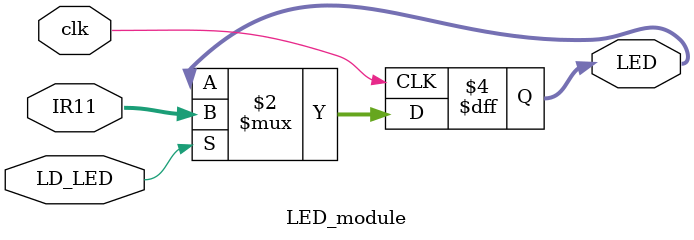
<source format=sv>
module LED_module(input logic LD_LED, clk, input logic [11:0] IR11, output logic[11:0] LED);

always_ff @ (posedge clk)
		begin
		if (LD_LED)
			LED <= IR11;
		end
endmodule

</source>
